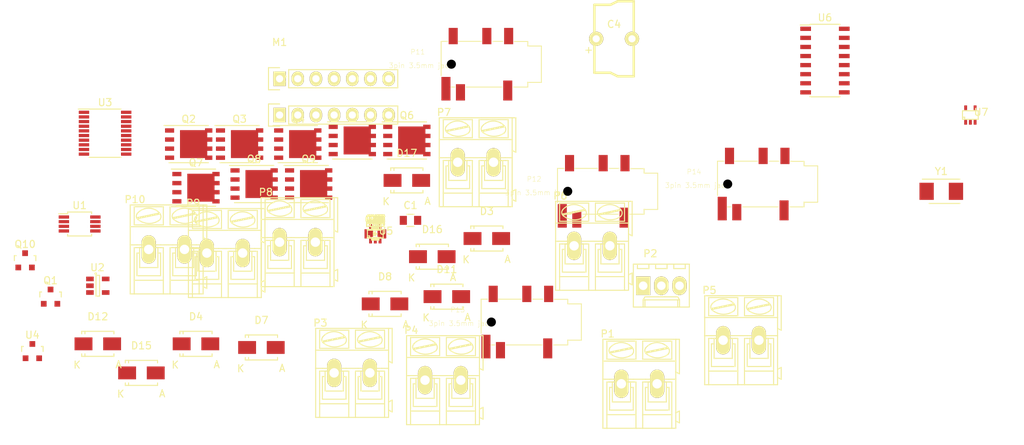
<source format=kicad_pcb>
(kicad_pcb (version 4) (host pcbnew 4.0.2+e4-6225~38~ubuntu14.04.1-stable)
  (layers (0 F.Cu signal) (31 B.Cu signal) (34 B.Paste user) (35 F.Paste user) (36 B.SilkS user) (37 F.SilkS user) (38 B.Mask user) (39 F.Mask user) (44 Edge.Cuts user))
  (net 0 "")
  (net 1 +12V)
  (net 2 GND)
  (net 3 VCC)
  (net 4 +3V3)
  (net 5 "Net-(C15-Pad1)")
  (net 6 "Net-(C16-Pad1)")
  (net 7 "Net-(C17-Pad1)")
  (net 8 "Net-(C19-Pad1)")
  (net 9 "Net-(C20-Pad1)")
  (net 10 "Net-(C23-Pad1)")
  (net 11 /RFmodules/RF_DATA_3V3)
  (net 12 /RFmodules/RF_DATA)
  (net 13 /RFmodules/MISO)
  (net 14 /RFmodules/SD2)
  (net 15 "Net-(D1-Pad2)")
  (net 16 "Net-(D1-Pad1)")
  (net 17 "Net-(D2-Pad2)")
  (net 18 "Net-(D2-Pad1)")
  (net 19 "Net-(D5-Pad2)")
  (net 20 "Net-(D5-Pad1)")
  (net 21 "Net-(D6-Pad2)")
  (net 22 "Net-(D6-Pad1)")
  (net 23 "Net-(D9-Pad2)")
  (net 24 "Net-(D11-Pad2)")
  (net 25 "Net-(D10-Pad2)")
  (net 26 "Net-(D10-Pad1)")
  (net 27 "Net-(D13-Pad2)")
  (net 28 "Net-(D13-Pad1)")
  (net 29 "Net-(D14-Pad2)")
  (net 30 "Net-(D14-Pad1)")
  (net 31 "Net-(D17-Pad2)")
  (net 32 /RFmodules/D0_1)
  (net 33 /RFmodules/D1_1)
  (net 34 /RFmodules/D2_1)
  (net 35 /RFmodules/D3_1)
  (net 36 /RFmodules/VT_1)
  (net 37 /RFmodules/D0_2)
  (net 38 /RFmodules/D1_2)
  (net 39 /RFmodules/D2_2)
  (net 40 /RFmodules/D3_2)
  (net 41 /RFmodules/VT_2)
  (net 42 /RELAY)
  (net 43 /POWER)
  (net 44 /PowerDrivers/OUT0)
  (net 45 /PowerDrivers/OUT4)
  (net 46 /PowerDrivers/OUT1)
  (net 47 /PowerDrivers/OUT5)
  (net 48 /PowerDrivers/OUT2)
  (net 49 /PowerDrivers/OUT6)
  (net 50 /PowerDrivers/OUT3)
  (net 51 /PowerDrivers/OUT7)
  (net 52 /~RTC_INT)
  (net 53 "Net-(U1-Pad1)")
  (net 54 "Net-(U1-Pad2)")
  (net 55 "Net-(C4-Pad1)")
  (net 56 /SDA)
  (net 57 /SCL)
  (net 58 /RFmodules/~CS_RF)
  (net 59 /RFmodules/SD1)
  (module Capacitors_SMD:C_0805 (layer F.Cu) (at 153.416 103.124)
    (fp_text reference C1 (at 0 -2.1) (layer F.SilkS))
    (fp_text value 10u/25V)
    (pad 1 smd rect (at -1 0) (size 1 1.25) (layers F.Cu F.Paste F.Mask) (net 1 +12V))
    (pad 2 smd rect (at 1 0) (size 1 1.25) (layers F.Cu F.Paste F.Mask) (net 2 GND))
  )
  (module Capacitors_SMD:C_0805 (layer F.Cu) (at 148.5011 105.0036)
    (fp_text reference C2 (at 0 -2.1) (layer F.SilkS))
    (fp_text value 10u/25V)
    (pad 1 smd rect (at -1 0) (size 1 1.25) (layers F.Cu F.Paste F.Mask) (net 3 VCC))
    (pad 2 smd rect (at 1 0) (size 1 1.25) (layers F.Cu F.Paste F.Mask) (net 2 GND))
  )
  (module Capacitors_SMD:C_0603 (layer F.Cu) (at 148.5011 105.0036)
    (fp_text reference C3 (at 0 -1.9) (layer F.SilkS))
    (fp_text value 100n)
    (pad 1 smd rect (at -0.75 0) (size 0.8 0.75) (layers F.Cu F.Paste F.Mask) (net 4 +3V3))
    (pad 2 smd rect (at 0.75 0) (size 0.8 0.75) (layers F.Cu F.Paste F.Mask) (net 2 GND))
  )
  (module Capacitors_SMD:C_0603 (layer F.Cu) (at 148.5011 105.0036)
    (fp_text reference C5 (at 0 -1.9) (layer F.SilkS))
    (fp_text value 100n)
    (pad 1 smd rect (at -0.75 0) (size 0.8 0.75) (layers F.Cu F.Paste F.Mask) (net 4 +3V3))
    (pad 2 smd rect (at 0.75 0) (size 0.8 0.75) (layers F.Cu F.Paste F.Mask) (net 2 GND))
  )
  (module Capacitors_SMD:C_0603 (layer F.Cu) (at 148.5011 105.0036)
    (fp_text reference C6 (at 0 -1.9) (layer F.SilkS))
    (fp_text value 100n)
    (pad 1 smd rect (at -0.75 0) (size 0.8 0.75) (layers F.Cu F.Paste F.Mask) (net 3 VCC))
    (pad 2 smd rect (at 0.75 0) (size 0.8 0.75) (layers F.Cu F.Paste F.Mask) (net 2 GND))
  )
  (module Capacitors_SMD:C_0805 (layer F.Cu) (at 148.5011 105.0036)
    (fp_text reference C7 (at 0 -2.1) (layer F.SilkS))
    (fp_text value 10u/25V)
    (pad 1 smd rect (at -1 0) (size 1 1.25) (layers F.Cu F.Paste F.Mask) (net 1 +12V))
    (pad 2 smd rect (at 1 0) (size 1 1.25) (layers F.Cu F.Paste F.Mask) (net 2 GND))
  )
  (module Capacitors_SMD:C_0805 (layer F.Cu) (at 148.5011 105.0036)
    (fp_text reference C8 (at 0 -2.1) (layer F.SilkS))
    (fp_text value 10u/25V)
    (pad 1 smd rect (at -1 0) (size 1 1.25) (layers F.Cu F.Paste F.Mask) (net 1 +12V))
    (pad 2 smd rect (at 1 0) (size 1 1.25) (layers F.Cu F.Paste F.Mask) (net 2 GND))
  )
  (module Capacitors_SMD:C_0805 (layer F.Cu) (at 148.5011 105.0036)
    (fp_text reference C9 (at 0 -2.1) (layer F.SilkS))
    (fp_text value 10u/25V)
    (pad 1 smd rect (at -1 0) (size 1 1.25) (layers F.Cu F.Paste F.Mask) (net 1 +12V))
    (pad 2 smd rect (at 1 0) (size 1 1.25) (layers F.Cu F.Paste F.Mask) (net 2 GND))
  )
  (module Capacitors_SMD:C_0805 (layer F.Cu) (at 148.5011 105.0036)
    (fp_text reference C10 (at 0 -2.1) (layer F.SilkS))
    (fp_text value 10u/25V)
    (pad 1 smd rect (at -1 0) (size 1 1.25) (layers F.Cu F.Paste F.Mask) (net 1 +12V))
    (pad 2 smd rect (at 1 0) (size 1 1.25) (layers F.Cu F.Paste F.Mask) (net 2 GND))
  )
  (module Capacitors_SMD:C_0805 (layer F.Cu) (at 148.5011 105.0036)
    (fp_text reference C11 (at 0 -2.1) (layer F.SilkS))
    (fp_text value 10u/25V)
    (pad 1 smd rect (at -1 0) (size 1 1.25) (layers F.Cu F.Paste F.Mask) (net 1 +12V))
    (pad 2 smd rect (at 1 0) (size 1 1.25) (layers F.Cu F.Paste F.Mask) (net 2 GND))
  )
  (module Capacitors_SMD:C_0805 (layer F.Cu) (at 148.5011 105.0036)
    (fp_text reference C12 (at 0 -2.1) (layer F.SilkS))
    (fp_text value 10u/25V)
    (pad 1 smd rect (at -1 0) (size 1 1.25) (layers F.Cu F.Paste F.Mask) (net 1 +12V))
    (pad 2 smd rect (at 1 0) (size 1 1.25) (layers F.Cu F.Paste F.Mask) (net 2 GND))
  )
  (module Capacitors_SMD:C_0805 (layer F.Cu) (at 148.5011 105.0036)
    (fp_text reference C13 (at 0 -2.1) (layer F.SilkS))
    (fp_text value 10u/25V)
    (pad 1 smd rect (at -1 0) (size 1 1.25) (layers F.Cu F.Paste F.Mask) (net 1 +12V))
    (pad 2 smd rect (at 1 0) (size 1 1.25) (layers F.Cu F.Paste F.Mask) (net 2 GND))
  )
  (module Capacitors_SMD:C_0805 (layer F.Cu) (at 148.5011 105.0036)
    (fp_text reference C14 (at 0 -2.1) (layer F.SilkS))
    (fp_text value 10u/25V)
    (pad 1 smd rect (at -1 0) (size 1 1.25) (layers F.Cu F.Paste F.Mask) (net 1 +12V))
    (pad 2 smd rect (at 1 0) (size 1 1.25) (layers F.Cu F.Paste F.Mask) (net 2 GND))
  )
  (module Capacitors_SMD:C_0603 (layer F.Cu) (at 148.5011 105.0036)
    (fp_text reference C15 (at 0 -1.9) (layer F.SilkS))
    (fp_text value 100n)
    (pad 1 smd rect (at -0.75 0) (size 0.8 0.75) (layers F.Cu F.Paste F.Mask) (net 5 "Net-(C15-Pad1)"))
    (pad 2 smd rect (at 0.75 0) (size 0.8 0.75) (layers F.Cu F.Paste F.Mask) (net 2 GND))
  )
  (module Capacitors_SMD:C_0603 (layer F.Cu) (at 148.5011 105.0036)
    (fp_text reference C16 (at 0 -1.9) (layer F.SilkS))
    (fp_text value 100n)
    (pad 1 smd rect (at -0.75 0) (size 0.8 0.75) (layers F.Cu F.Paste F.Mask) (net 6 "Net-(C16-Pad1)"))
    (pad 2 smd rect (at 0.75 0) (size 0.8 0.75) (layers F.Cu F.Paste F.Mask) (net 2 GND))
  )
  (module Capacitors_SMD:C_0603 (layer F.Cu) (at 148.5011 105.0036)
    (fp_text reference C17 (at 0 -1.9) (layer F.SilkS))
    (fp_text value 100n)
    (pad 1 smd rect (at -0.75 0) (size 0.8 0.75) (layers F.Cu F.Paste F.Mask) (net 7 "Net-(C17-Pad1)"))
    (pad 2 smd rect (at 0.75 0) (size 0.8 0.75) (layers F.Cu F.Paste F.Mask) (net 2 GND))
  )
  (module Capacitors_SMD:C_0603 (layer F.Cu) (at 148.5011 105.0036)
    (fp_text reference C18 (at 0 -1.9) (layer F.SilkS))
    (fp_text value 100n)
    (pad 1 smd rect (at -0.75 0) (size 0.8 0.75) (layers F.Cu F.Paste F.Mask) (net 7 "Net-(C17-Pad1)"))
    (pad 2 smd rect (at 0.75 0) (size 0.8 0.75) (layers F.Cu F.Paste F.Mask) (net 2 GND))
  )
  (module Capacitors_SMD:C_0603 (layer F.Cu) (at 148.5011 105.0036)
    (fp_text reference C19 (at 0 -1.9) (layer F.SilkS))
    (fp_text value 100n)
    (pad 1 smd rect (at -0.75 0) (size 0.8 0.75) (layers F.Cu F.Paste F.Mask) (net 8 "Net-(C19-Pad1)"))
    (pad 2 smd rect (at 0.75 0) (size 0.8 0.75) (layers F.Cu F.Paste F.Mask) (net 2 GND))
  )
  (module Capacitors_SMD:C_0603 (layer F.Cu) (at 148.5011 105.0036)
    (fp_text reference C20 (at 0 -1.9) (layer F.SilkS))
    (fp_text value 100n)
    (pad 1 smd rect (at -0.75 0) (size 0.8 0.75) (layers F.Cu F.Paste F.Mask) (net 9 "Net-(C20-Pad1)"))
    (pad 2 smd rect (at 0.75 0) (size 0.8 0.75) (layers F.Cu F.Paste F.Mask) (net 2 GND))
  )
  (module Capacitors_SMD:C_0603 (layer F.Cu) (at 148.5011 105.0036)
    (fp_text reference C21 (at 0 -1.9) (layer F.SilkS))
    (fp_text value 100n)
    (pad 1 smd rect (at -0.75 0) (size 0.8 0.75) (layers F.Cu F.Paste F.Mask) (net 7 "Net-(C17-Pad1)"))
    (pad 2 smd rect (at 0.75 0) (size 0.8 0.75) (layers F.Cu F.Paste F.Mask) (net 2 GND))
  )
  (module Capacitors_SMD:C_0603 (layer F.Cu) (at 148.5011 105.0036)
    (fp_text reference C22 (at 0 -1.9) (layer F.SilkS))
    (fp_text value 100n)
    (pad 1 smd rect (at -0.75 0) (size 0.8 0.75) (layers F.Cu F.Paste F.Mask) (net 7 "Net-(C17-Pad1)"))
    (pad 2 smd rect (at 0.75 0) (size 0.8 0.75) (layers F.Cu F.Paste F.Mask) (net 2 GND))
  )
  (module Capacitors_SMD:C_0603 (layer F.Cu) (at 148.5011 105.0036)
    (fp_text reference C23 (at 0 -1.9) (layer F.SilkS))
    (fp_text value 1u)
    (pad 1 smd rect (at -0.75 0) (size 0.8 0.75) (layers F.Cu F.Paste F.Mask) (net 10 "Net-(C23-Pad1)"))
    (pad 2 smd rect (at 0.75 0) (size 0.8 0.75) (layers F.Cu F.Paste F.Mask) (net 2 GND))
  )
  (module Capacitors_SMD:C_0603 (layer F.Cu) (at 148.5011 105.0036)
    (fp_text reference C24 (at 0 -1.9) (layer F.SilkS))
    (fp_text value 100n)
    (pad 1 smd rect (at -0.75 0) (size 0.8 0.75) (layers F.Cu F.Paste F.Mask) (net 3 VCC))
    (pad 2 smd rect (at 0.75 0) (size 0.8 0.75) (layers F.Cu F.Paste F.Mask) (net 2 GND))
  )
  (module Capacitors_SMD:C_0603 (layer F.Cu) (at 148.5011 105.0036)
    (fp_text reference C25 (at 0 -1.9) (layer F.SilkS))
    (fp_text value 10p)
    (pad 1 smd rect (at -0.75 0) (size 0.8 0.75) (layers F.Cu F.Paste F.Mask) (net 11 /RFmodules/RF_DATA_3V3))
    (pad 2 smd rect (at 0.75 0) (size 0.8 0.75) (layers F.Cu F.Paste F.Mask) (net 12 /RFmodules/RF_DATA))
  )
  (module Capacitors_SMD:C_0603 (layer F.Cu) (at 148.5011 105.0036)
    (fp_text reference C26 (at 0 -1.9) (layer F.SilkS))
    (fp_text value 100n)
    (pad 1 smd rect (at -0.75 0) (size 0.8 0.75) (layers F.Cu F.Paste F.Mask) (net 3 VCC))
    (pad 2 smd rect (at 0.75 0) (size 0.8 0.75) (layers F.Cu F.Paste F.Mask) (net 2 GND))
  )
  (module Capacitors_SMD:C_0603 (layer F.Cu) (at 148.5011 105.0036)
    (fp_text reference C27 (at 0 -1.9) (layer F.SilkS))
    (fp_text value 100n)
    (pad 1 smd rect (at -0.75 0) (size 0.8 0.75) (layers F.Cu F.Paste F.Mask) (net 3 VCC))
    (pad 2 smd rect (at 0.75 0) (size 0.8 0.75) (layers F.Cu F.Paste F.Mask) (net 2 GND))
  )
  (module Capacitors_SMD:C_0603 (layer F.Cu) (at 148.5011 105.0036)
    (fp_text reference C28 (at 0 -1.9) (layer F.SilkS))
    (fp_text value 10p)
    (pad 1 smd rect (at -0.75 0) (size 0.8 0.75) (layers F.Cu F.Paste F.Mask) (net 13 /RFmodules/MISO))
    (pad 2 smd rect (at 0.75 0) (size 0.8 0.75) (layers F.Cu F.Paste F.Mask) (net 14 /RFmodules/SD2))
  )
  (module LEDs:LED_0603 (layer F.Cu) (at 148.5011 105.0036)
    (fp_text reference D1 (at 0 -1.5) (layer F.SilkS))
    (fp_text value "LED GREEN")
    (pad 2 smd rect (at 0.7493 0 180) (size 0.79756 0.79756) (layers F.Cu F.Paste F.Mask) (net 15 "Net-(D1-Pad2)"))
    (pad 1 smd rect (at -0.7493 0 180) (size 0.79756 0.79756) (layers F.Cu F.Paste F.Mask) (net 16 "Net-(D1-Pad1)"))
  )
  (module LEDs:LED_0603 (layer F.Cu) (at 148.5011 105.0036)
    (fp_text reference D2 (at 0 -1.5) (layer F.SilkS))
    (fp_text value "LED GREEN")
    (pad 2 smd rect (at 0.7493 0 180) (size 0.79756 0.79756) (layers F.Cu F.Paste F.Mask) (net 17 "Net-(D2-Pad2)"))
    (pad 1 smd rect (at -0.7493 0 180) (size 0.79756 0.79756) (layers F.Cu F.Paste F.Mask) (net 18 "Net-(D2-Pad1)"))
  )
  (module Diodes_SMD:SMA_Standard (layer F.Cu) (at 164.084 105.664)
    (fp_text reference D3 (at 0 -3.81) (layer F.SilkS))
    (fp_text value 1N5819)
    (fp_text user K (at -2.9 2.95) (layer F.SilkS))
    (fp_text user A (at 2.9 2.9) (layer F.SilkS))
    (pad 1 smd rect (at -1.99898 0) (size 2.49936 1.80086) (layers F.Cu F.Paste F.Mask) (net 1 +12V))
    (pad 2 smd rect (at 1.99898 0) (size 2.49936 1.80086) (layers F.Cu F.Paste F.Mask) (net 16 "Net-(D1-Pad1)"))
  )
  (module Diodes_SMD:SMA_Standard (layer F.Cu) (at 123.444 120.396)
    (fp_text reference D4 (at 0 -3.81) (layer F.SilkS))
    (fp_text value 1N5819)
    (fp_text user K (at -2.9 2.95) (layer F.SilkS))
    (fp_text user A (at 2.9 2.9) (layer F.SilkS))
    (pad 1 smd rect (at -1.99898 0) (size 2.49936 1.80086) (layers F.Cu F.Paste F.Mask) (net 1 +12V))
    (pad 2 smd rect (at 1.99898 0) (size 2.49936 1.80086) (layers F.Cu F.Paste F.Mask) (net 18 "Net-(D2-Pad1)"))
  )
  (module LEDs:LED_0603 (layer F.Cu) (at 148.5011 105.0036)
    (fp_text reference D5 (at 0 -1.5) (layer F.SilkS))
    (fp_text value "LED GREEN")
    (pad 2 smd rect (at 0.7493 0 180) (size 0.79756 0.79756) (layers F.Cu F.Paste F.Mask) (net 19 "Net-(D5-Pad2)"))
    (pad 1 smd rect (at -0.7493 0 180) (size 0.79756 0.79756) (layers F.Cu F.Paste F.Mask) (net 20 "Net-(D5-Pad1)"))
  )
  (module LEDs:LED_0603 (layer F.Cu) (at 148.5011 105.0036)
    (fp_text reference D6 (at 0 -1.5) (layer F.SilkS))
    (fp_text value "LED GREEN")
    (pad 2 smd rect (at 0.7493 0 180) (size 0.79756 0.79756) (layers F.Cu F.Paste F.Mask) (net 21 "Net-(D6-Pad2)"))
    (pad 1 smd rect (at -0.7493 0 180) (size 0.79756 0.79756) (layers F.Cu F.Paste F.Mask) (net 22 "Net-(D6-Pad1)"))
  )
  (module Diodes_SMD:SMA_Standard (layer F.Cu) (at 132.588 120.904)
    (fp_text reference D7 (at 0 -3.81) (layer F.SilkS))
    (fp_text value 1N5819)
    (fp_text user K (at -2.9 2.95) (layer F.SilkS))
    (fp_text user A (at 2.9 2.9) (layer F.SilkS))
    (pad 1 smd rect (at -1.99898 0) (size 2.49936 1.80086) (layers F.Cu F.Paste F.Mask) (net 1 +12V))
    (pad 2 smd rect (at 1.99898 0) (size 2.49936 1.80086) (layers F.Cu F.Paste F.Mask) (net 20 "Net-(D5-Pad1)"))
  )
  (module Diodes_SMD:SMA_Standard (layer F.Cu) (at 149.86 114.808)
    (fp_text reference D8 (at 0 -3.81) (layer F.SilkS))
    (fp_text value 1N5819)
    (fp_text user K (at -2.9 2.95) (layer F.SilkS))
    (fp_text user A (at 2.9 2.9) (layer F.SilkS))
    (pad 1 smd rect (at -1.99898 0) (size 2.49936 1.80086) (layers F.Cu F.Paste F.Mask) (net 1 +12V))
    (pad 2 smd rect (at 1.99898 0) (size 2.49936 1.80086) (layers F.Cu F.Paste F.Mask) (net 22 "Net-(D6-Pad1)"))
  )
  (module LEDs:LED_0603 (layer F.Cu) (at 148.5011 105.0036)
    (fp_text reference D9 (at 0 -1.5) (layer F.SilkS))
    (fp_text value "LED GREEN")
    (pad 2 smd rect (at 0.7493 0 180) (size 0.79756 0.79756) (layers F.Cu F.Paste F.Mask) (net 23 "Net-(D9-Pad2)"))
    (pad 1 smd rect (at -0.7493 0 180) (size 0.79756 0.79756) (layers F.Cu F.Paste F.Mask) (net 24 "Net-(D11-Pad2)"))
  )
  (module LEDs:LED_0603 (layer F.Cu) (at 148.5011 105.0036)
    (fp_text reference D10 (at 0 -1.5) (layer F.SilkS))
    (fp_text value "LED GREEN")
    (pad 2 smd rect (at 0.7493 0 180) (size 0.79756 0.79756) (layers F.Cu F.Paste F.Mask) (net 25 "Net-(D10-Pad2)"))
    (pad 1 smd rect (at -0.7493 0 180) (size 0.79756 0.79756) (layers F.Cu F.Paste F.Mask) (net 26 "Net-(D10-Pad1)"))
  )
  (module Diodes_SMD:SMA_Standard (layer F.Cu) (at 158.496 113.792)
    (fp_text reference D11 (at 0 -3.81) (layer F.SilkS))
    (fp_text value 1N5819)
    (fp_text user K (at -2.9 2.95) (layer F.SilkS))
    (fp_text user A (at 2.9 2.9) (layer F.SilkS))
    (pad 1 smd rect (at -1.99898 0) (size 2.49936 1.80086) (layers F.Cu F.Paste F.Mask) (net 1 +12V))
    (pad 2 smd rect (at 1.99898 0) (size 2.49936 1.80086) (layers F.Cu F.Paste F.Mask) (net 24 "Net-(D11-Pad2)"))
  )
  (module Diodes_SMD:SMA_Standard (layer F.Cu) (at 109.728 120.396)
    (fp_text reference D12 (at 0 -3.81) (layer F.SilkS))
    (fp_text value 1N5819)
    (fp_text user K (at -2.9 2.95) (layer F.SilkS))
    (fp_text user A (at 2.9 2.9) (layer F.SilkS))
    (pad 1 smd rect (at -1.99898 0) (size 2.49936 1.80086) (layers F.Cu F.Paste F.Mask) (net 1 +12V))
    (pad 2 smd rect (at 1.99898 0) (size 2.49936 1.80086) (layers F.Cu F.Paste F.Mask) (net 26 "Net-(D10-Pad1)"))
  )
  (module LEDs:LED_0603 (layer F.Cu) (at 148.5011 105.0036)
    (fp_text reference D13 (at 0 -1.5) (layer F.SilkS))
    (fp_text value "LED GREEN")
    (pad 2 smd rect (at 0.7493 0 180) (size 0.79756 0.79756) (layers F.Cu F.Paste F.Mask) (net 27 "Net-(D13-Pad2)"))
    (pad 1 smd rect (at -0.7493 0 180) (size 0.79756 0.79756) (layers F.Cu F.Paste F.Mask) (net 28 "Net-(D13-Pad1)"))
  )
  (module LEDs:LED_0603 (layer F.Cu) (at 148.5011 105.0036)
    (fp_text reference D14 (at 0 -1.5) (layer F.SilkS))
    (fp_text value "LED GREEN")
    (pad 2 smd rect (at 0.7493 0 180) (size 0.79756 0.79756) (layers F.Cu F.Paste F.Mask) (net 29 "Net-(D14-Pad2)"))
    (pad 1 smd rect (at -0.7493 0 180) (size 0.79756 0.79756) (layers F.Cu F.Paste F.Mask) (net 30 "Net-(D14-Pad1)"))
  )
  (module Diodes_SMD:SMA_Standard (layer F.Cu) (at 115.824 124.46)
    (fp_text reference D15 (at 0 -3.81) (layer F.SilkS))
    (fp_text value 1N5819)
    (fp_text user K (at -2.9 2.95) (layer F.SilkS))
    (fp_text user A (at 2.9 2.9) (layer F.SilkS))
    (pad 1 smd rect (at -1.99898 0) (size 2.49936 1.80086) (layers F.Cu F.Paste F.Mask) (net 1 +12V))
    (pad 2 smd rect (at 1.99898 0) (size 2.49936 1.80086) (layers F.Cu F.Paste F.Mask) (net 28 "Net-(D13-Pad1)"))
  )
  (module Diodes_SMD:SMA_Standard (layer F.Cu) (at 156.464 108.204)
    (fp_text reference D16 (at 0 -3.81) (layer F.SilkS))
    (fp_text value 1N5819)
    (fp_text user K (at -2.9 2.95) (layer F.SilkS))
    (fp_text user A (at 2.9 2.9) (layer F.SilkS))
    (pad 1 smd rect (at -1.99898 0) (size 2.49936 1.80086) (layers F.Cu F.Paste F.Mask) (net 1 +12V))
    (pad 2 smd rect (at 1.99898 0) (size 2.49936 1.80086) (layers F.Cu F.Paste F.Mask) (net 30 "Net-(D14-Pad1)"))
  )
  (module Diodes_SMD:SMA_Standard (layer F.Cu) (at 152.908 97.536)
    (fp_text reference D17 (at 0 -3.81) (layer F.SilkS))
    (fp_text value 1N5819)
    (fp_text user K (at -2.9 2.95) (layer F.SilkS))
    (fp_text user A (at 2.9 2.9) (layer F.SilkS))
    (pad 1 smd rect (at -1.99898 0) (size 2.49936 1.80086) (layers F.Cu F.Paste F.Mask))
    (pad 2 smd rect (at 1.99898 0) (size 2.49936 1.80086) (layers F.Cu F.Paste F.Mask) (net 31 "Net-(D17-Pad2)"))
  )
  (module Socket_Strips:Socket_Strip_Straight_1x07 (layer F.Cu) (at 135.128 83.312)
    (fp_text reference M1 (at 0 -5.1) (layer F.SilkS))
    (fp_text value PT2272)
    (pad 1 thru_hole rect (at 0 0) (size 1.7272 2.032) (drill 1.016) (layers *.Cu *.Mask F.SilkS) (net 2 GND))
    (pad 2 thru_hole oval (at 2.54 0) (size 1.7272 2.032) (drill 1.016) (layers *.Cu *.Mask F.SilkS) (net 3 VCC))
    (pad 3 thru_hole oval (at 5.08 0) (size 1.7272 2.032) (drill 1.016) (layers *.Cu *.Mask F.SilkS) (net 32 /RFmodules/D0_1))
    (pad 4 thru_hole oval (at 7.62 0) (size 1.7272 2.032) (drill 1.016) (layers *.Cu *.Mask F.SilkS) (net 33 /RFmodules/D1_1))
    (pad 5 thru_hole oval (at 10.16 0) (size 1.7272 2.032) (drill 1.016) (layers *.Cu *.Mask F.SilkS) (net 34 /RFmodules/D2_1))
    (pad 6 thru_hole oval (at 12.7 0) (size 1.7272 2.032) (drill 1.016) (layers *.Cu *.Mask F.SilkS) (net 35 /RFmodules/D3_1))
    (pad 7 thru_hole oval (at 15.24 0) (size 1.7272 2.032) (drill 1.016) (layers *.Cu *.Mask F.SilkS) (net 36 /RFmodules/VT_1))
  )
  (module Socket_Strips:Socket_Strip_Straight_1x07 (layer F.Cu) (at 135.128 88.392)
    (fp_text reference M2 (at 0 -5.1) (layer F.SilkS))
    (fp_text value PT2272)
    (pad 1 thru_hole rect (at 0 0) (size 1.7272 2.032) (drill 1.016) (layers *.Cu *.Mask F.SilkS) (net 2 GND))
    (pad 2 thru_hole oval (at 2.54 0) (size 1.7272 2.032) (drill 1.016) (layers *.Cu *.Mask F.SilkS) (net 3 VCC))
    (pad 3 thru_hole oval (at 5.08 0) (size 1.7272 2.032) (drill 1.016) (layers *.Cu *.Mask F.SilkS) (net 37 /RFmodules/D0_2))
    (pad 4 thru_hole oval (at 7.62 0) (size 1.7272 2.032) (drill 1.016) (layers *.Cu *.Mask F.SilkS) (net 38 /RFmodules/D1_2))
    (pad 5 thru_hole oval (at 10.16 0) (size 1.7272 2.032) (drill 1.016) (layers *.Cu *.Mask F.SilkS) (net 39 /RFmodules/D2_2))
    (pad 6 thru_hole oval (at 12.7 0) (size 1.7272 2.032) (drill 1.016) (layers *.Cu *.Mask F.SilkS) (net 40 /RFmodules/D3_2))
    (pad 7 thru_hole oval (at 15.24 0) (size 1.7272 2.032) (drill 1.016) (layers *.Cu *.Mask F.SilkS) (net 41 /RFmodules/VT_2))
  )
  (module Connect:AK300-2 (layer F.Cu) (at 182.88 125.984)
    (fp_text reference P1 (at -1.92 -6.985) (layer F.SilkS))
    (fp_text value GS009S)
    (pad 1 thru_hole oval (at 0 0) (size 1.9812 3.9624) (drill 1.3208) (layers *.Cu F.Paste F.SilkS F.Mask) (net 1 +12V))
    (pad 2 thru_hole oval (at 5 0) (size 1.9812 3.9624) (drill 1.3208) (layers *.Cu F.Paste F.SilkS F.Mask) (net 2 GND))
  )
  (module Connectors_Molex:Molex_KK_6410-03 (layer F.Cu) (at 185.928 112.268)
    (fp_text reference P2 (at 1 -4.5) (layer F.SilkS))
    (fp_text value "3way KK")
    (pad 1 thru_hole rect (at 0 0) (size 2 2.6) (drill 1.2) (layers *.Cu *.Mask F.SilkS) (net 3 VCC))
    (pad 2 thru_hole oval (at 2.54 0) (size 2 2.6) (drill 1.2) (layers *.Cu *.Mask F.SilkS) (net 42 /RELAY))
    (pad 3 thru_hole oval (at 5.08 0) (size 2 2.6) (drill 1.2) (layers *.Cu *.Mask F.SilkS) (net 2 GND))
  )
  (module Connect:AK300-2 (layer F.Cu) (at 142.748 124.46)
    (fp_text reference P3 (at -1.92 -6.985) (layer F.SilkS))
    (fp_text value GS009S)
    (pad 1 thru_hole oval (at 0 0) (size 1.9812 3.9624) (drill 1.3208) (layers *.Cu F.Paste F.SilkS F.Mask) (net 1 +12V))
    (pad 2 thru_hole oval (at 5 0) (size 1.9812 3.9624) (drill 1.3208) (layers *.Cu F.Paste F.SilkS F.Mask) (net 16 "Net-(D1-Pad1)"))
  )
  (module Connect:AK300-2 (layer F.Cu) (at 155.448 125.476)
    (fp_text reference P4 (at -1.92 -6.985) (layer F.SilkS))
    (fp_text value GS009S)
    (pad 1 thru_hole oval (at 0 0) (size 1.9812 3.9624) (drill 1.3208) (layers *.Cu F.Paste F.SilkS F.Mask) (net 1 +12V))
    (pad 2 thru_hole oval (at 5 0) (size 1.9812 3.9624) (drill 1.3208) (layers *.Cu F.Paste F.SilkS F.Mask) (net 18 "Net-(D2-Pad1)"))
  )
  (module Connect:AK300-2 (layer F.Cu) (at 197.104 119.888)
    (fp_text reference P5 (at -1.92 -6.985) (layer F.SilkS))
    (fp_text value GS009S)
    (pad 1 thru_hole oval (at 0 0) (size 1.9812 3.9624) (drill 1.3208) (layers *.Cu F.Paste F.SilkS F.Mask) (net 1 +12V))
    (pad 2 thru_hole oval (at 5 0) (size 1.9812 3.9624) (drill 1.3208) (layers *.Cu F.Paste F.SilkS F.Mask) (net 20 "Net-(D5-Pad1)"))
  )
  (module Connect:AK300-2 (layer F.Cu) (at 176.276 106.68)
    (fp_text reference P6 (at -1.92 -6.985) (layer F.SilkS))
    (fp_text value GS009S)
    (pad 1 thru_hole oval (at 0 0) (size 1.9812 3.9624) (drill 1.3208) (layers *.Cu F.Paste F.SilkS F.Mask) (net 1 +12V))
    (pad 2 thru_hole oval (at 5 0) (size 1.9812 3.9624) (drill 1.3208) (layers *.Cu F.Paste F.SilkS F.Mask) (net 22 "Net-(D6-Pad1)"))
  )
  (module Connect:AK300-2 (layer F.Cu) (at 160.02 94.996)
    (fp_text reference P7 (at -1.92 -6.985) (layer F.SilkS))
    (fp_text value GS009S)
    (pad 1 thru_hole oval (at 0 0) (size 1.9812 3.9624) (drill 1.3208) (layers *.Cu F.Paste F.SilkS F.Mask) (net 1 +12V))
    (pad 2 thru_hole oval (at 5 0) (size 1.9812 3.9624) (drill 1.3208) (layers *.Cu F.Paste F.SilkS F.Mask) (net 24 "Net-(D11-Pad2)"))
  )
  (module Connect:AK300-2 (layer F.Cu) (at 135.128 106.172)
    (fp_text reference P8 (at -1.92 -6.985) (layer F.SilkS))
    (fp_text value GS009S)
    (pad 1 thru_hole oval (at 0 0) (size 1.9812 3.9624) (drill 1.3208) (layers *.Cu F.Paste F.SilkS F.Mask) (net 1 +12V))
    (pad 2 thru_hole oval (at 5 0) (size 1.9812 3.9624) (drill 1.3208) (layers *.Cu F.Paste F.SilkS F.Mask) (net 26 "Net-(D10-Pad1)"))
  )
  (module Connect:AK300-2 (layer F.Cu) (at 124.968 107.696)
    (fp_text reference P9 (at -1.92 -6.985) (layer F.SilkS))
    (fp_text value GS009S)
    (pad 1 thru_hole oval (at 0 0) (size 1.9812 3.9624) (drill 1.3208) (layers *.Cu F.Paste F.SilkS F.Mask) (net 1 +12V))
    (pad 2 thru_hole oval (at 5 0) (size 1.9812 3.9624) (drill 1.3208) (layers *.Cu F.Paste F.SilkS F.Mask) (net 28 "Net-(D13-Pad1)"))
  )
  (module Connect:AK300-2 (layer F.Cu) (at 116.84 107.188)
    (fp_text reference P10 (at -1.92 -6.985) (layer F.SilkS))
    (fp_text value GS009S)
    (pad 1 thru_hole oval (at 0 0) (size 1.9812 3.9624) (drill 1.3208) (layers *.Cu F.Paste F.SilkS F.Mask) (net 1 +12V))
    (pad 2 thru_hole oval (at 5 0) (size 1.9812 3.9624) (drill 1.3208) (layers *.Cu F.Paste F.SilkS F.Mask) (net 30 "Net-(D14-Pad1)"))
  )
  (module jakub:SUNTECH_ST-PJ-312 (layer F.Cu) (at 164.084 81.28)
    (fp_text reference P11 (at -9.652 -1.7145) (layer F.SilkS) (effects (font (size 0.7 0.7) (thickness 0.05))))
    (fp_text value "3pin 3.5mm jack" (at -9.2075 0.1905) (layer F.SilkS) (effects (font (size 0.7 0.7) (thickness 0.05))))
    (pad LS smd rect (at -5.715 3.429 90) (size 3.302 1.27) (layers F.Cu F.Paste F.Mask))
    (pad L smd rect (at -3.683 3.937 90) (size 2.286 1.27) (layers F.Cu F.Paste F.Mask) (net 7 "Net-(C17-Pad1)"))
    (pad COM2 smd rect (at 2.921 3.683 90) (size 2.794 1.27) (layers F.Cu F.Paste F.Mask) (net 2 GND))
    (pad RS smd rect (at -4.699 -3.937 90) (size 2.286 1.27) (layers F.Cu F.Paste F.Mask))
    (pad R smd rect (at 0 -3.937 90) (size 2.286 1.27) (layers F.Cu F.Paste F.Mask) (net 5 "Net-(C15-Pad1)"))
    (pad COM1 smd rect (at 3.048 -3.937 90) (size 2.286 1.27) (layers F.Cu F.Paste F.Mask) (net 2 GND))
    (pad Hole np_thru_hole circle (at -4.953 0) (size 1.27 1.27) (drill 1.27) (layers))
  )
  (module jakub:SUNTECH_ST-PJ-312 (layer F.Cu) (at 180.34 99.06)
    (fp_text reference P12 (at -9.652 -1.7145) (layer F.SilkS) (effects (font (size 0.7 0.7) (thickness 0.05))))
    (fp_text value "3pin 3.5mm jack" (at -9.2075 0.1905) (layer F.SilkS) (effects (font (size 0.7 0.7) (thickness 0.05))))
    (pad LS smd rect (at -5.715 3.429 90) (size 3.302 1.27) (layers F.Cu F.Paste F.Mask))
    (pad L smd rect (at -3.683 3.937 90) (size 2.286 1.27) (layers F.Cu F.Paste F.Mask) (net 7 "Net-(C17-Pad1)"))
    (pad COM2 smd rect (at 2.921 3.683 90) (size 2.794 1.27) (layers F.Cu F.Paste F.Mask) (net 2 GND))
    (pad RS smd rect (at -4.699 -3.937 90) (size 2.286 1.27) (layers F.Cu F.Paste F.Mask))
    (pad R smd rect (at 0 -3.937 90) (size 2.286 1.27) (layers F.Cu F.Paste F.Mask) (net 6 "Net-(C16-Pad1)"))
    (pad COM1 smd rect (at 3.048 -3.937 90) (size 2.286 1.27) (layers F.Cu F.Paste F.Mask) (net 2 GND))
    (pad Hole np_thru_hole circle (at -4.953 0) (size 1.27 1.27) (drill 1.27) (layers))
  )
  (module jakub:SUNTECH_ST-PJ-312 (layer F.Cu) (at 169.672 117.348)
    (fp_text reference P13 (at -9.652 -1.7145) (layer F.SilkS) (effects (font (size 0.7 0.7) (thickness 0.05))))
    (fp_text value "3pin 3.5mm jack" (at -9.2075 0.1905) (layer F.SilkS) (effects (font (size 0.7 0.7) (thickness 0.05))))
    (pad LS smd rect (at -5.715 3.429 90) (size 3.302 1.27) (layers F.Cu F.Paste F.Mask))
    (pad L smd rect (at -3.683 3.937 90) (size 2.286 1.27) (layers F.Cu F.Paste F.Mask) (net 7 "Net-(C17-Pad1)"))
    (pad COM2 smd rect (at 2.921 3.683 90) (size 2.794 1.27) (layers F.Cu F.Paste F.Mask) (net 2 GND))
    (pad RS smd rect (at -4.699 -3.937 90) (size 2.286 1.27) (layers F.Cu F.Paste F.Mask))
    (pad R smd rect (at 0 -3.937 90) (size 2.286 1.27) (layers F.Cu F.Paste F.Mask) (net 8 "Net-(C19-Pad1)"))
    (pad COM1 smd rect (at 3.048 -3.937 90) (size 2.286 1.27) (layers F.Cu F.Paste F.Mask) (net 2 GND))
    (pad Hole np_thru_hole circle (at -4.953 0) (size 1.27 1.27) (drill 1.27) (layers))
  )
  (module jakub:SUNTECH_ST-PJ-312 (layer F.Cu) (at 202.692 98.044)
    (fp_text reference P14 (at -9.652 -1.7145) (layer F.SilkS) (effects (font (size 0.7 0.7) (thickness 0.05))))
    (fp_text value "3pin 3.5mm jack" (at -9.2075 0.1905) (layer F.SilkS) (effects (font (size 0.7 0.7) (thickness 0.05))))
    (pad LS smd rect (at -5.715 3.429 90) (size 3.302 1.27) (layers F.Cu F.Paste F.Mask))
    (pad L smd rect (at -3.683 3.937 90) (size 2.286 1.27) (layers F.Cu F.Paste F.Mask) (net 7 "Net-(C17-Pad1)"))
    (pad COM2 smd rect (at 2.921 3.683 90) (size 2.794 1.27) (layers F.Cu F.Paste F.Mask) (net 2 GND))
    (pad RS smd rect (at -4.699 -3.937 90) (size 2.286 1.27) (layers F.Cu F.Paste F.Mask))
    (pad R smd rect (at 0 -3.937 90) (size 2.286 1.27) (layers F.Cu F.Paste F.Mask) (net 9 "Net-(C20-Pad1)"))
    (pad COM1 smd rect (at 3.048 -3.937 90) (size 2.286 1.27) (layers F.Cu F.Paste F.Mask) (net 2 GND))
    (pad Hole np_thru_hole circle (at -4.953 0) (size 1.27 1.27) (drill 1.27) (layers))
  )
  (module TO_SOT_Packages_SMD:SOT-23 (layer F.Cu) (at 103.124 113.792)
    (fp_text reference Q1 (at 0 -2.25) (layer F.SilkS))
    (fp_text value CJ2302)
    (pad 1 smd rect (at -0.95 1.00076) (size 0.8001 0.8001) (layers F.Cu F.Paste F.Mask) (net 43 /POWER))
    (pad 2 smd rect (at 0.95 1.00076) (size 0.8001 0.8001) (layers F.Cu F.Paste F.Mask) (net 2 GND))
    (pad 3 smd rect (at 0 -0.99822) (size 0.8001 0.8001) (layers F.Cu F.Paste F.Mask) (net 42 /RELAY))
  )
  (module SMD_Packages:SO-8_PowerPAK_Vishay_Single (layer F.Cu) (at 122.428 92.456)
    (fp_text reference Q2 (at 0 -3.5) (layer F.SilkS))
    (fp_text value PSMN6R0)
    (pad 1 smd rect (at -2.67 -1.905) (size 1.27 0.61) (layers F.Cu F.Paste F.Mask) (net 2 GND))
    (pad 2 smd rect (at -2.67 -0.635) (size 1.27 0.61) (layers F.Cu F.Paste F.Mask) (net 2 GND))
    (pad 3 smd rect (at -2.67 0.635) (size 1.27 0.61) (layers F.Cu F.Paste F.Mask) (net 2 GND))
    (pad 4 smd rect (at -2.67 1.905) (size 1.27 0.61) (layers F.Cu F.Paste F.Mask) (net 44 /PowerDrivers/OUT0))
    (pad 5 smd rect (at 2.795 1.905) (size 1.02 0.61) (layers F.Cu F.Paste F.Mask) (net 16 "Net-(D1-Pad1)"))
    (pad 5 smd rect (at 2.795 0.635) (size 1.02 0.61) (layers F.Cu F.Paste F.Mask) (net 16 "Net-(D1-Pad1)"))
    (pad 5 smd rect (at 2.795 -0.635) (size 1.02 0.61) (layers F.Cu F.Paste F.Mask) (net 16 "Net-(D1-Pad1)"))
    (pad 5 smd rect (at 2.795 -1.905) (size 1.02 0.61) (layers F.Cu F.Paste F.Mask) (net 16 "Net-(D1-Pad1)"))
    (pad 5 smd rect (at 0.69 0) (size 3.81 3.91) (layers F.Cu F.Paste F.Mask) (net 16 "Net-(D1-Pad1)"))
  )
  (module SMD_Packages:SO-8_PowerPAK_Vishay_Single (layer F.Cu) (at 129.54 92.456)
    (fp_text reference Q3 (at 0 -3.5) (layer F.SilkS))
    (fp_text value PSMN6R0)
    (pad 1 smd rect (at -2.67 -1.905) (size 1.27 0.61) (layers F.Cu F.Paste F.Mask) (net 2 GND))
    (pad 2 smd rect (at -2.67 -0.635) (size 1.27 0.61) (layers F.Cu F.Paste F.Mask) (net 2 GND))
    (pad 3 smd rect (at -2.67 0.635) (size 1.27 0.61) (layers F.Cu F.Paste F.Mask) (net 2 GND))
    (pad 4 smd rect (at -2.67 1.905) (size 1.27 0.61) (layers F.Cu F.Paste F.Mask) (net 45 /PowerDrivers/OUT4))
    (pad 5 smd rect (at 2.795 1.905) (size 1.02 0.61) (layers F.Cu F.Paste F.Mask) (net 18 "Net-(D2-Pad1)"))
    (pad 5 smd rect (at 2.795 0.635) (size 1.02 0.61) (layers F.Cu F.Paste F.Mask) (net 18 "Net-(D2-Pad1)"))
    (pad 5 smd rect (at 2.795 -0.635) (size 1.02 0.61) (layers F.Cu F.Paste F.Mask) (net 18 "Net-(D2-Pad1)"))
    (pad 5 smd rect (at 2.795 -1.905) (size 1.02 0.61) (layers F.Cu F.Paste F.Mask) (net 18 "Net-(D2-Pad1)"))
    (pad 5 smd rect (at 0.69 0) (size 3.81 3.91) (layers F.Cu F.Paste F.Mask) (net 18 "Net-(D2-Pad1)"))
  )
  (module SMD_Packages:SO-8_PowerPAK_Vishay_Single (layer F.Cu) (at 137.668 92.456)
    (fp_text reference Q4 (at 0 -3.5) (layer F.SilkS))
    (fp_text value PSMN6R0)
    (pad 1 smd rect (at -2.67 -1.905) (size 1.27 0.61) (layers F.Cu F.Paste F.Mask) (net 2 GND))
    (pad 2 smd rect (at -2.67 -0.635) (size 1.27 0.61) (layers F.Cu F.Paste F.Mask) (net 2 GND))
    (pad 3 smd rect (at -2.67 0.635) (size 1.27 0.61) (layers F.Cu F.Paste F.Mask) (net 2 GND))
    (pad 4 smd rect (at -2.67 1.905) (size 1.27 0.61) (layers F.Cu F.Paste F.Mask) (net 46 /PowerDrivers/OUT1))
    (pad 5 smd rect (at 2.795 1.905) (size 1.02 0.61) (layers F.Cu F.Paste F.Mask) (net 20 "Net-(D5-Pad1)"))
    (pad 5 smd rect (at 2.795 0.635) (size 1.02 0.61) (layers F.Cu F.Paste F.Mask) (net 20 "Net-(D5-Pad1)"))
    (pad 5 smd rect (at 2.795 -0.635) (size 1.02 0.61) (layers F.Cu F.Paste F.Mask) (net 20 "Net-(D5-Pad1)"))
    (pad 5 smd rect (at 2.795 -1.905) (size 1.02 0.61) (layers F.Cu F.Paste F.Mask) (net 20 "Net-(D5-Pad1)"))
    (pad 5 smd rect (at 0.69 0) (size 3.81 3.91) (layers F.Cu F.Paste F.Mask) (net 20 "Net-(D5-Pad1)"))
  )
  (module SMD_Packages:SO-8_PowerPAK_Vishay_Single (layer F.Cu) (at 145.288 91.948)
    (fp_text reference Q5 (at 0 -3.5) (layer F.SilkS))
    (fp_text value PSMN6R0)
    (pad 1 smd rect (at -2.67 -1.905) (size 1.27 0.61) (layers F.Cu F.Paste F.Mask) (net 2 GND))
    (pad 2 smd rect (at -2.67 -0.635) (size 1.27 0.61) (layers F.Cu F.Paste F.Mask) (net 2 GND))
    (pad 3 smd rect (at -2.67 0.635) (size 1.27 0.61) (layers F.Cu F.Paste F.Mask) (net 2 GND))
    (pad 4 smd rect (at -2.67 1.905) (size 1.27 0.61) (layers F.Cu F.Paste F.Mask) (net 47 /PowerDrivers/OUT5))
    (pad 5 smd rect (at 2.795 1.905) (size 1.02 0.61) (layers F.Cu F.Paste F.Mask) (net 22 "Net-(D6-Pad1)"))
    (pad 5 smd rect (at 2.795 0.635) (size 1.02 0.61) (layers F.Cu F.Paste F.Mask) (net 22 "Net-(D6-Pad1)"))
    (pad 5 smd rect (at 2.795 -0.635) (size 1.02 0.61) (layers F.Cu F.Paste F.Mask) (net 22 "Net-(D6-Pad1)"))
    (pad 5 smd rect (at 2.795 -1.905) (size 1.02 0.61) (layers F.Cu F.Paste F.Mask) (net 22 "Net-(D6-Pad1)"))
    (pad 5 smd rect (at 0.69 0) (size 3.81 3.91) (layers F.Cu F.Paste F.Mask) (net 22 "Net-(D6-Pad1)"))
  )
  (module SMD_Packages:SO-8_PowerPAK_Vishay_Single (layer F.Cu) (at 152.908 91.948)
    (fp_text reference Q6 (at 0 -3.5) (layer F.SilkS))
    (fp_text value PSMN6R0)
    (pad 1 smd rect (at -2.67 -1.905) (size 1.27 0.61) (layers F.Cu F.Paste F.Mask) (net 2 GND))
    (pad 2 smd rect (at -2.67 -0.635) (size 1.27 0.61) (layers F.Cu F.Paste F.Mask) (net 2 GND))
    (pad 3 smd rect (at -2.67 0.635) (size 1.27 0.61) (layers F.Cu F.Paste F.Mask) (net 2 GND))
    (pad 4 smd rect (at -2.67 1.905) (size 1.27 0.61) (layers F.Cu F.Paste F.Mask) (net 48 /PowerDrivers/OUT2))
    (pad 5 smd rect (at 2.795 1.905) (size 1.02 0.61) (layers F.Cu F.Paste F.Mask) (net 24 "Net-(D11-Pad2)"))
    (pad 5 smd rect (at 2.795 0.635) (size 1.02 0.61) (layers F.Cu F.Paste F.Mask) (net 24 "Net-(D11-Pad2)"))
    (pad 5 smd rect (at 2.795 -0.635) (size 1.02 0.61) (layers F.Cu F.Paste F.Mask) (net 24 "Net-(D11-Pad2)"))
    (pad 5 smd rect (at 2.795 -1.905) (size 1.02 0.61) (layers F.Cu F.Paste F.Mask) (net 24 "Net-(D11-Pad2)"))
    (pad 5 smd rect (at 0.69 0) (size 3.81 3.91) (layers F.Cu F.Paste F.Mask) (net 24 "Net-(D11-Pad2)"))
  )
  (module SMD_Packages:SO-8_PowerPAK_Vishay_Single (layer F.Cu) (at 123.444 98.552)
    (fp_text reference Q7 (at 0 -3.5) (layer F.SilkS))
    (fp_text value PSMN6R0)
    (pad 1 smd rect (at -2.67 -1.905) (size 1.27 0.61) (layers F.Cu F.Paste F.Mask) (net 2 GND))
    (pad 2 smd rect (at -2.67 -0.635) (size 1.27 0.61) (layers F.Cu F.Paste F.Mask) (net 2 GND))
    (pad 3 smd rect (at -2.67 0.635) (size 1.27 0.61) (layers F.Cu F.Paste F.Mask) (net 2 GND))
    (pad 4 smd rect (at -2.67 1.905) (size 1.27 0.61) (layers F.Cu F.Paste F.Mask) (net 49 /PowerDrivers/OUT6))
    (pad 5 smd rect (at 2.795 1.905) (size 1.02 0.61) (layers F.Cu F.Paste F.Mask) (net 26 "Net-(D10-Pad1)"))
    (pad 5 smd rect (at 2.795 0.635) (size 1.02 0.61) (layers F.Cu F.Paste F.Mask) (net 26 "Net-(D10-Pad1)"))
    (pad 5 smd rect (at 2.795 -0.635) (size 1.02 0.61) (layers F.Cu F.Paste F.Mask) (net 26 "Net-(D10-Pad1)"))
    (pad 5 smd rect (at 2.795 -1.905) (size 1.02 0.61) (layers F.Cu F.Paste F.Mask) (net 26 "Net-(D10-Pad1)"))
    (pad 5 smd rect (at 0.69 0) (size 3.81 3.91) (layers F.Cu F.Paste F.Mask) (net 26 "Net-(D10-Pad1)"))
  )
  (module SMD_Packages:SO-8_PowerPAK_Vishay_Single (layer F.Cu) (at 131.572 98.044)
    (fp_text reference Q8 (at 0 -3.5) (layer F.SilkS))
    (fp_text value PSMN6R0)
    (pad 1 smd rect (at -2.67 -1.905) (size 1.27 0.61) (layers F.Cu F.Paste F.Mask) (net 2 GND))
    (pad 2 smd rect (at -2.67 -0.635) (size 1.27 0.61) (layers F.Cu F.Paste F.Mask) (net 2 GND))
    (pad 3 smd rect (at -2.67 0.635) (size 1.27 0.61) (layers F.Cu F.Paste F.Mask) (net 2 GND))
    (pad 4 smd rect (at -2.67 1.905) (size 1.27 0.61) (layers F.Cu F.Paste F.Mask) (net 50 /PowerDrivers/OUT3))
    (pad 5 smd rect (at 2.795 1.905) (size 1.02 0.61) (layers F.Cu F.Paste F.Mask) (net 28 "Net-(D13-Pad1)"))
    (pad 5 smd rect (at 2.795 0.635) (size 1.02 0.61) (layers F.Cu F.Paste F.Mask) (net 28 "Net-(D13-Pad1)"))
    (pad 5 smd rect (at 2.795 -0.635) (size 1.02 0.61) (layers F.Cu F.Paste F.Mask) (net 28 "Net-(D13-Pad1)"))
    (pad 5 smd rect (at 2.795 -1.905) (size 1.02 0.61) (layers F.Cu F.Paste F.Mask) (net 28 "Net-(D13-Pad1)"))
    (pad 5 smd rect (at 0.69 0) (size 3.81 3.91) (layers F.Cu F.Paste F.Mask) (net 28 "Net-(D13-Pad1)"))
  )
  (module SMD_Packages:SO-8_PowerPAK_Vishay_Single (layer F.Cu) (at 139.192 98.044)
    (fp_text reference Q9 (at 0 -3.5) (layer F.SilkS))
    (fp_text value PSMN6R0)
    (pad 1 smd rect (at -2.67 -1.905) (size 1.27 0.61) (layers F.Cu F.Paste F.Mask) (net 2 GND))
    (pad 2 smd rect (at -2.67 -0.635) (size 1.27 0.61) (layers F.Cu F.Paste F.Mask) (net 2 GND))
    (pad 3 smd rect (at -2.67 0.635) (size 1.27 0.61) (layers F.Cu F.Paste F.Mask) (net 2 GND))
    (pad 4 smd rect (at -2.67 1.905) (size 1.27 0.61) (layers F.Cu F.Paste F.Mask) (net 51 /PowerDrivers/OUT7))
    (pad 5 smd rect (at 2.795 1.905) (size 1.02 0.61) (layers F.Cu F.Paste F.Mask) (net 30 "Net-(D14-Pad1)"))
    (pad 5 smd rect (at 2.795 0.635) (size 1.02 0.61) (layers F.Cu F.Paste F.Mask) (net 30 "Net-(D14-Pad1)"))
    (pad 5 smd rect (at 2.795 -0.635) (size 1.02 0.61) (layers F.Cu F.Paste F.Mask) (net 30 "Net-(D14-Pad1)"))
    (pad 5 smd rect (at 2.795 -1.905) (size 1.02 0.61) (layers F.Cu F.Paste F.Mask) (net 30 "Net-(D14-Pad1)"))
    (pad 5 smd rect (at 0.69 0) (size 3.81 3.91) (layers F.Cu F.Paste F.Mask) (net 30 "Net-(D14-Pad1)"))
  )
  (module TO_SOT_Packages_SMD:SOT-23 (layer F.Cu) (at 99.568 108.712)
    (fp_text reference Q10 (at 0 -2.25) (layer F.SilkS))
    (fp_text value FDN340P)
    (pad 1 smd rect (at -0.95 1.00076) (size 0.8001 0.8001) (layers F.Cu F.Paste F.Mask) (net 31 "Net-(D17-Pad2)"))
    (pad 2 smd rect (at 0.95 1.00076) (size 0.8001 0.8001) (layers F.Cu F.Paste F.Mask) (net 4 +3V3))
    (pad 3 smd rect (at 0 -0.99822) (size 0.8001 0.8001) (layers F.Cu F.Paste F.Mask) (net 7 "Net-(C17-Pad1)"))
  )
  (module Resistors_SMD:R_0603 (layer F.Cu) (at 148.5011 105.0036)
    (fp_text reference R1 (at 0 -1.9) (layer F.SilkS))
    (fp_text value 560k)
    (pad 1 smd rect (at -0.75 0) (size 0.5 0.9) (layers F.Cu F.Paste F.Mask) (net 43 /POWER))
    (pad 2 smd rect (at 0.75 0) (size 0.5 0.9) (layers F.Cu F.Paste F.Mask) (net 2 GND))
  )
  (module Resistors_SMD:R_0603 (layer F.Cu) (at 148.5011 105.0036)
    (fp_text reference R2 (at 0 -1.9) (layer F.SilkS))
    (fp_text value 10k)
    (pad 1 smd rect (at -0.75 0) (size 0.5 0.9) (layers F.Cu F.Paste F.Mask) (net 4 +3V3))
    (pad 2 smd rect (at 0.75 0) (size 0.5 0.9) (layers F.Cu F.Paste F.Mask) (net 52 /~RTC_INT))
  )
  (module Resistors_SMD:R_0603 (layer F.Cu) (at 148.5011 105.0036)
    (fp_text reference R3 (at 0 -1.9) (layer F.SilkS))
    (fp_text value 560k)
    (pad 1 smd rect (at -0.75 0) (size 0.5 0.9) (layers F.Cu F.Paste F.Mask) (net 44 /PowerDrivers/OUT0))
    (pad 2 smd rect (at 0.75 0) (size 0.5 0.9) (layers F.Cu F.Paste F.Mask) (net 2 GND))
  )
  (module Resistors_SMD:R_0603 (layer F.Cu) (at 148.5011 105.0036)
    (fp_text reference R4 (at 0 -1.9) (layer F.SilkS))
    (fp_text value 560k)
    (pad 1 smd rect (at -0.75 0) (size 0.5 0.9) (layers F.Cu F.Paste F.Mask) (net 45 /PowerDrivers/OUT4))
    (pad 2 smd rect (at 0.75 0) (size 0.5 0.9) (layers F.Cu F.Paste F.Mask) (net 2 GND))
  )
  (module Resistors_SMD:R_0603 (layer F.Cu) (at 148.5011 105.0036)
    (fp_text reference R5 (at 0 -1.9) (layer F.SilkS))
    (fp_text value 10k)
    (pad 1 smd rect (at -0.75 0) (size 0.5 0.9) (layers F.Cu F.Paste F.Mask) (net 1 +12V))
    (pad 2 smd rect (at 0.75 0) (size 0.5 0.9) (layers F.Cu F.Paste F.Mask) (net 15 "Net-(D1-Pad2)"))
  )
  (module Resistors_SMD:R_0603 (layer F.Cu) (at 148.5011 105.0036)
    (fp_text reference R6 (at 0 -1.9) (layer F.SilkS))
    (fp_text value 10k)
    (pad 1 smd rect (at -0.75 0) (size 0.5 0.9) (layers F.Cu F.Paste F.Mask) (net 1 +12V))
    (pad 2 smd rect (at 0.75 0) (size 0.5 0.9) (layers F.Cu F.Paste F.Mask) (net 17 "Net-(D2-Pad2)"))
  )
  (module Resistors_SMD:R_0603 (layer F.Cu) (at 148.5011 105.0036)
    (fp_text reference R7 (at 0 -1.9) (layer F.SilkS))
    (fp_text value 560k)
    (pad 1 smd rect (at -0.75 0) (size 0.5 0.9) (layers F.Cu F.Paste F.Mask) (net 46 /PowerDrivers/OUT1))
    (pad 2 smd rect (at 0.75 0) (size 0.5 0.9) (layers F.Cu F.Paste F.Mask) (net 2 GND))
  )
  (module Resistors_SMD:R_0603 (layer F.Cu) (at 148.5011 105.0036)
    (fp_text reference R8 (at 0 -1.9) (layer F.SilkS))
    (fp_text value 560k)
    (pad 1 smd rect (at -0.75 0) (size 0.5 0.9) (layers F.Cu F.Paste F.Mask) (net 47 /PowerDrivers/OUT5))
    (pad 2 smd rect (at 0.75 0) (size 0.5 0.9) (layers F.Cu F.Paste F.Mask) (net 2 GND))
  )
  (module Resistors_SMD:R_0603 (layer F.Cu) (at 148.5011 105.0036)
    (fp_text reference R9 (at 0 -1.9) (layer F.SilkS))
    (fp_text value 10k)
    (pad 1 smd rect (at -0.75 0) (size 0.5 0.9) (layers F.Cu F.Paste F.Mask) (net 1 +12V))
    (pad 2 smd rect (at 0.75 0) (size 0.5 0.9) (layers F.Cu F.Paste F.Mask) (net 19 "Net-(D5-Pad2)"))
  )
  (module Resistors_SMD:R_0603 (layer F.Cu) (at 148.5011 105.0036)
    (fp_text reference R10 (at 0 -1.9) (layer F.SilkS))
    (fp_text value 10k)
    (pad 1 smd rect (at -0.75 0) (size 0.5 0.9) (layers F.Cu F.Paste F.Mask) (net 1 +12V))
    (pad 2 smd rect (at 0.75 0) (size 0.5 0.9) (layers F.Cu F.Paste F.Mask) (net 21 "Net-(D6-Pad2)"))
  )
  (module Resistors_SMD:R_0603 (layer F.Cu) (at 148.5011 105.0036)
    (fp_text reference R11 (at 0 -1.9) (layer F.SilkS))
    (fp_text value 560k)
    (pad 1 smd rect (at -0.75 0) (size 0.5 0.9) (layers F.Cu F.Paste F.Mask) (net 48 /PowerDrivers/OUT2))
    (pad 2 smd rect (at 0.75 0) (size 0.5 0.9) (layers F.Cu F.Paste F.Mask) (net 2 GND))
  )
  (module Resistors_SMD:R_0603 (layer F.Cu) (at 148.5011 105.0036)
    (fp_text reference R12 (at 0 -1.9) (layer F.SilkS))
    (fp_text value 560k)
    (pad 1 smd rect (at -0.75 0) (size 0.5 0.9) (layers F.Cu F.Paste F.Mask) (net 49 /PowerDrivers/OUT6))
    (pad 2 smd rect (at 0.75 0) (size 0.5 0.9) (layers F.Cu F.Paste F.Mask) (net 2 GND))
  )
  (module Resistors_SMD:R_0603 (layer F.Cu) (at 148.5011 105.0036)
    (fp_text reference R13 (at 0 -1.9) (layer F.SilkS))
    (fp_text value 10k)
    (pad 1 smd rect (at -0.75 0) (size 0.5 0.9) (layers F.Cu F.Paste F.Mask) (net 1 +12V))
    (pad 2 smd rect (at 0.75 0) (size 0.5 0.9) (layers F.Cu F.Paste F.Mask) (net 23 "Net-(D9-Pad2)"))
  )
  (module Resistors_SMD:R_0603 (layer F.Cu) (at 148.5011 105.0036)
    (fp_text reference R14 (at 0 -1.9) (layer F.SilkS))
    (fp_text value 10k)
    (pad 1 smd rect (at -0.75 0) (size 0.5 0.9) (layers F.Cu F.Paste F.Mask) (net 1 +12V))
    (pad 2 smd rect (at 0.75 0) (size 0.5 0.9) (layers F.Cu F.Paste F.Mask) (net 25 "Net-(D10-Pad2)"))
  )
  (module Resistors_SMD:R_0603 (layer F.Cu) (at 148.5011 105.0036)
    (fp_text reference R15 (at 0 -1.9) (layer F.SilkS))
    (fp_text value 560k)
    (pad 1 smd rect (at -0.75 0) (size 0.5 0.9) (layers F.Cu F.Paste F.Mask) (net 50 /PowerDrivers/OUT3))
    (pad 2 smd rect (at 0.75 0) (size 0.5 0.9) (layers F.Cu F.Paste F.Mask) (net 2 GND))
  )
  (module Resistors_SMD:R_0603 (layer F.Cu) (at 148.5011 105.0036)
    (fp_text reference R16 (at 0 -1.9) (layer F.SilkS))
    (fp_text value 560k)
    (pad 1 smd rect (at -0.75 0) (size 0.5 0.9) (layers F.Cu F.Paste F.Mask) (net 51 /PowerDrivers/OUT7))
    (pad 2 smd rect (at 0.75 0) (size 0.5 0.9) (layers F.Cu F.Paste F.Mask) (net 2 GND))
  )
  (module Resistors_SMD:R_0603 (layer F.Cu) (at 148.5011 105.0036)
    (fp_text reference R17 (at 0 -1.9) (layer F.SilkS))
    (fp_text value 10k)
    (pad 1 smd rect (at -0.75 0) (size 0.5 0.9) (layers F.Cu F.Paste F.Mask) (net 1 +12V))
    (pad 2 smd rect (at 0.75 0) (size 0.5 0.9) (layers F.Cu F.Paste F.Mask) (net 27 "Net-(D13-Pad2)"))
  )
  (module Resistors_SMD:R_0603 (layer F.Cu) (at 148.5011 105.0036)
    (fp_text reference R18 (at 0 -1.9) (layer F.SilkS))
    (fp_text value 10k)
    (pad 1 smd rect (at -0.75 0) (size 0.5 0.9) (layers F.Cu F.Paste F.Mask) (net 1 +12V))
    (pad 2 smd rect (at 0.75 0) (size 0.5 0.9) (layers F.Cu F.Paste F.Mask) (net 29 "Net-(D14-Pad2)"))
  )
  (module Resistors_SMD:R_0603 (layer F.Cu) (at 148.5011 105.0036)
    (fp_text reference R19 (at 0 -1.9) (layer F.SilkS))
    (fp_text value 1k5)
    (pad 1 smd rect (at -0.75 0) (size 0.5 0.9) (layers F.Cu F.Paste F.Mask) (net 5 "Net-(C15-Pad1)"))
    (pad 2 smd rect (at 0.75 0) (size 0.5 0.9) (layers F.Cu F.Paste F.Mask))
  )
  (module Resistors_SMD:R_0603 (layer F.Cu) (at 148.5011 105.0036)
    (fp_text reference R20 (at 0 -1.9) (layer F.SilkS))
    (fp_text value 1k5)
    (pad 1 smd rect (at -0.75 0) (size 0.5 0.9) (layers F.Cu F.Paste F.Mask) (net 6 "Net-(C16-Pad1)"))
    (pad 2 smd rect (at 0.75 0) (size 0.5 0.9) (layers F.Cu F.Paste F.Mask))
  )
  (module Resistors_SMD:R_0603 (layer F.Cu) (at 148.5011 105.0036)
    (fp_text reference R21 (at 0 -1.9) (layer F.SilkS))
    (fp_text value 560k)
    (pad 1 smd rect (at -0.75 0) (size 0.5 0.9) (layers F.Cu F.Paste F.Mask) (net 4 +3V3))
    (pad 2 smd rect (at 0.75 0) (size 0.5 0.9) (layers F.Cu F.Paste F.Mask) (net 31 "Net-(D17-Pad2)"))
  )
  (module Resistors_SMD:R_0603 (layer F.Cu) (at 148.5011 105.0036)
    (fp_text reference R22 (at 0 -1.9) (layer F.SilkS))
    (fp_text value 1k5)
    (pad 1 smd rect (at -0.75 0) (size 0.5 0.9) (layers F.Cu F.Paste F.Mask) (net 8 "Net-(C19-Pad1)"))
    (pad 2 smd rect (at 0.75 0) (size 0.5 0.9) (layers F.Cu F.Paste F.Mask))
  )
  (module Resistors_SMD:R_0603 (layer F.Cu) (at 148.5011 105.0036)
    (fp_text reference R23 (at 0 -1.9) (layer F.SilkS))
    (fp_text value 1k5)
    (pad 1 smd rect (at -0.75 0) (size 0.5 0.9) (layers F.Cu F.Paste F.Mask) (net 9 "Net-(C20-Pad1)"))
    (pad 2 smd rect (at 0.75 0) (size 0.5 0.9) (layers F.Cu F.Paste F.Mask))
  )
  (module Resistors_SMD:R_0603 (layer F.Cu) (at 148.5011 105.0036)
    (fp_text reference R24 (at 0 -1.9) (layer F.SilkS))
    (fp_text value 220R)
    (pad 1 smd rect (at -0.75 0) (size 0.5 0.9) (layers F.Cu F.Paste F.Mask) (net 4 +3V3))
    (pad 2 smd rect (at 0.75 0) (size 0.5 0.9) (layers F.Cu F.Paste F.Mask) (net 10 "Net-(C23-Pad1)"))
  )
  (module Resistors_SMD:R_0603 (layer F.Cu) (at 148.5011 105.0036)
    (fp_text reference R25 (at 0 -1.9) (layer F.SilkS))
    (fp_text value 1k5)
    (pad 1 smd rect (at -0.75 0) (size 0.5 0.9) (layers F.Cu F.Paste F.Mask) (net 11 /RFmodules/RF_DATA_3V3))
    (pad 2 smd rect (at 0.75 0) (size 0.5 0.9) (layers F.Cu F.Paste F.Mask) (net 12 /RFmodules/RF_DATA))
  )
  (module Resistors_SMD:R_0603 (layer F.Cu) (at 148.5011 105.0036)
    (fp_text reference R26 (at 0 -1.9) (layer F.SilkS))
    (fp_text value 3k)
    (pad 1 smd rect (at -0.75 0) (size 0.5 0.9) (layers F.Cu F.Paste F.Mask) (net 11 /RFmodules/RF_DATA_3V3))
    (pad 2 smd rect (at 0.75 0) (size 0.5 0.9) (layers F.Cu F.Paste F.Mask) (net 2 GND))
  )
  (module Resistors_SMD:R_0603 (layer F.Cu) (at 148.5011 105.0036)
    (fp_text reference R27 (at 0 -1.9) (layer F.SilkS))
    (fp_text value 1k5)
    (pad 1 smd rect (at -0.75 0) (size 0.5 0.9) (layers F.Cu F.Paste F.Mask) (net 13 /RFmodules/MISO))
    (pad 2 smd rect (at 0.75 0) (size 0.5 0.9) (layers F.Cu F.Paste F.Mask) (net 14 /RFmodules/SD2))
  )
  (module Resistors_SMD:R_0603 (layer F.Cu) (at 148.5011 105.0036)
    (fp_text reference R28 (at 0 -1.9) (layer F.SilkS))
    (fp_text value 3k)
    (pad 1 smd rect (at -0.75 0) (size 0.5 0.9) (layers F.Cu F.Paste F.Mask) (net 13 /RFmodules/MISO))
    (pad 2 smd rect (at 0.75 0) (size 0.5 0.9) (layers F.Cu F.Paste F.Mask) (net 2 GND))
  )
  (module Housings_SSOP:MSOP-8_3x3mm_Pitch0.65mm (layer F.Cu) (at 107.188 103.632)
    (fp_text reference U1 (at 0 -2.6) (layer F.SilkS))
    (fp_text value DS1339)
    (pad 1 smd rect (at -2.2 -0.975) (size 1.45 0.45) (layers F.Cu F.Paste F.Mask) (net 53 "Net-(U1-Pad1)"))
    (pad 2 smd rect (at -2.2 -0.325) (size 1.45 0.45) (layers F.Cu F.Paste F.Mask) (net 54 "Net-(U1-Pad2)"))
    (pad 3 smd rect (at -2.2 0.325) (size 1.45 0.45) (layers F.Cu F.Paste F.Mask) (net 55 "Net-(C4-Pad1)"))
    (pad 4 smd rect (at -2.2 0.975) (size 1.45 0.45) (layers F.Cu F.Paste F.Mask) (net 2 GND))
    (pad 5 smd rect (at 2.2 0.975) (size 1.45 0.45) (layers F.Cu F.Paste F.Mask) (net 56 /SDA))
    (pad 6 smd rect (at 2.2 0.325) (size 1.45 0.45) (layers F.Cu F.Paste F.Mask) (net 57 /SCL))
    (pad 7 smd rect (at 2.2 -0.325) (size 1.45 0.45) (layers F.Cu F.Paste F.Mask) (net 52 /~RTC_INT))
    (pad 8 smd rect (at 2.2 -0.975) (size 1.45 0.45) (layers F.Cu F.Paste F.Mask) (net 4 +3V3))
  )
  (module TO_SOT_Packages_SMD:SOT-23-5 (layer F.Cu) (at 109.728 112.268)
    (fp_text reference U2 (at -0.05 -2.55) (layer F.SilkS))
    (fp_text value 24AA16T)
    (pad 1 smd rect (at -1.1 -0.95) (size 1.06 0.65) (layers F.Cu F.Paste F.Mask) (net 57 /SCL))
    (pad 2 smd rect (at -1.1 0) (size 1.06 0.65) (layers F.Cu F.Paste F.Mask) (net 2 GND))
    (pad 3 smd rect (at -1.1 0.95) (size 1.06 0.65) (layers F.Cu F.Paste F.Mask) (net 56 /SDA))
    (pad 4 smd rect (at 1.1 0.95) (size 1.06 0.65) (layers F.Cu F.Paste F.Mask) (net 4 +3V3))
    (pad 5 smd rect (at 1.1 -0.95) (size 1.06 0.65) (layers F.Cu F.Paste F.Mask) (net 2 GND))
  )
  (module Housings_SSOP:TSSOP-20_4.4x6.5mm_Pitch0.65mm (layer F.Cu) (at 110.744 90.932)
    (fp_text reference U3 (at 0 -4.3) (layer F.SilkS))
    (fp_text value 74AHCT244)
    (pad 1 smd rect (at -2.95 -2.925) (size 1.45 0.45) (layers F.Cu F.Paste F.Mask) (net 2 GND))
    (pad 2 smd rect (at -2.95 -2.275) (size 1.45 0.45) (layers F.Cu F.Paste F.Mask))
    (pad 3 smd rect (at -2.95 -1.625) (size 1.45 0.45) (layers F.Cu F.Paste F.Mask) (net 51 /PowerDrivers/OUT7))
    (pad 4 smd rect (at -2.95 -0.975) (size 1.45 0.45) (layers F.Cu F.Paste F.Mask))
    (pad 5 smd rect (at -2.95 -0.325) (size 1.45 0.45) (layers F.Cu F.Paste F.Mask) (net 49 /PowerDrivers/OUT6))
    (pad 6 smd rect (at -2.95 0.325) (size 1.45 0.45) (layers F.Cu F.Paste F.Mask))
    (pad 7 smd rect (at -2.95 0.975) (size 1.45 0.45) (layers F.Cu F.Paste F.Mask) (net 47 /PowerDrivers/OUT5))
    (pad 8 smd rect (at -2.95 1.625) (size 1.45 0.45) (layers F.Cu F.Paste F.Mask))
    (pad 9 smd rect (at -2.95 2.275) (size 1.45 0.45) (layers F.Cu F.Paste F.Mask) (net 45 /PowerDrivers/OUT4))
    (pad 10 smd rect (at -2.95 2.925) (size 1.45 0.45) (layers F.Cu F.Paste F.Mask) (net 2 GND))
    (pad 11 smd rect (at 2.95 2.925) (size 1.45 0.45) (layers F.Cu F.Paste F.Mask))
    (pad 12 smd rect (at 2.95 2.275) (size 1.45 0.45) (layers F.Cu F.Paste F.Mask) (net 50 /PowerDrivers/OUT3))
    (pad 13 smd rect (at 2.95 1.625) (size 1.45 0.45) (layers F.Cu F.Paste F.Mask))
    (pad 14 smd rect (at 2.95 0.975) (size 1.45 0.45) (layers F.Cu F.Paste F.Mask) (net 48 /PowerDrivers/OUT2))
    (pad 15 smd rect (at 2.95 0.325) (size 1.45 0.45) (layers F.Cu F.Paste F.Mask))
    (pad 16 smd rect (at 2.95 -0.325) (size 1.45 0.45) (layers F.Cu F.Paste F.Mask) (net 46 /PowerDrivers/OUT1))
    (pad 17 smd rect (at 2.95 -0.975) (size 1.45 0.45) (layers F.Cu F.Paste F.Mask))
    (pad 18 smd rect (at 2.95 -1.625) (size 1.45 0.45) (layers F.Cu F.Paste F.Mask) (net 44 /PowerDrivers/OUT0))
    (pad 19 smd rect (at 2.95 -2.275) (size 1.45 0.45) (layers F.Cu F.Paste F.Mask) (net 2 GND))
    (pad 20 smd rect (at 2.95 -2.925) (size 1.45 0.45) (layers F.Cu F.Paste F.Mask) (net 3 VCC))
  )
  (module TO_SOT_Packages_SMD:SOT-23 (layer F.Cu) (at 100.584 121.412)
    (fp_text reference U4 (at 0 -2.25) (layer F.SilkS))
    (fp_text value MCP9700)
    (pad 1 smd rect (at -0.95 1.00076) (size 0.8001 0.8001) (layers F.Cu F.Paste F.Mask) (net 10 "Net-(C23-Pad1)"))
    (pad 2 smd rect (at 0.95 1.00076) (size 0.8001 0.8001) (layers F.Cu F.Paste F.Mask))
    (pad 3 smd rect (at 0 -0.99822) (size 0.8001 0.8001) (layers F.Cu F.Paste F.Mask) (net 2 GND))
  )
  (module TO_SOT_Packages_SMD:SC-70-5 (layer F.Cu) (at 148.5011 105.0036)
    (fp_text reference U5 (at 1.5 -0.4) (layer F.SilkS))
    (fp_text value 74AHC1G02)
    (pad 1 smd rect (at -0.6604 1.016) (size 0.4064 0.6604) (layers F.Cu F.Paste F.Mask) (net 36 /RFmodules/VT_1))
    (pad 3 smd rect (at 0.6604 1.016) (size 0.4064 0.6604) (layers F.Cu F.Paste F.Mask) (net 2 GND))
    (pad 2 smd rect (at 0 1.016) (size 0.4064 0.6604) (layers F.Cu F.Paste F.Mask) (net 41 /RFmodules/VT_2))
    (pad 4 smd rect (at 0.6604 -1.016) (size 0.4064 0.6604) (layers F.Cu F.Paste F.Mask) (net 12 /RFmodules/RF_DATA))
    (pad 5 smd rect (at -0.6604 -1.016) (size 0.4064 0.6604) (layers F.Cu F.Paste F.Mask) (net 3 VCC))
  )
  (module jakub:SD_CAP (layer F.Cu) (at 181.864 77.724)
    (fp_text reference C4 (at 0 -2.032) (layer F.SilkS))
    (fp_text value 0.33F/5.5V)
    (fp_text user + (at -3.556 1.524) (layer F.SilkS))
    (pad 1 thru_hole circle (at -2.5 0) (size 2 2) (drill 1) (layers *.Cu *.Mask F.SilkS) (net 55 "Net-(C4-Pad1)"))
    (pad 2 thru_hole circle (at 2.5 0) (size 2 2) (drill 1) (layers *.Cu *.Mask F.SilkS) (net 2 GND))
  )
  (module Housings_SOIC:SOIC-16_3.9x9.9mm_Pitch1.27mm (layer F.Cu) (at 211.328 80.772)
    (fp_text reference U6 (at 0 -6) (layer F.SilkS))
    (fp_text value 74HCT165)
    (pad 1 smd rect (at -2.7 -4.445) (size 1.5 0.6) (layers F.Cu F.Paste F.Mask) (net 12 /RFmodules/RF_DATA))
    (pad 2 smd rect (at -2.7 -3.175) (size 1.5 0.6) (layers F.Cu F.Paste F.Mask) (net 58 /RFmodules/~CS_RF))
    (pad 3 smd rect (at -2.7 -1.905) (size 1.5 0.6) (layers F.Cu F.Paste F.Mask) (net 37 /RFmodules/D0_2))
    (pad 4 smd rect (at -2.7 -0.635) (size 1.5 0.6) (layers F.Cu F.Paste F.Mask) (net 38 /RFmodules/D1_2))
    (pad 5 smd rect (at -2.7 0.635) (size 1.5 0.6) (layers F.Cu F.Paste F.Mask) (net 39 /RFmodules/D2_2))
    (pad 6 smd rect (at -2.7 1.905) (size 1.5 0.6) (layers F.Cu F.Paste F.Mask) (net 40 /RFmodules/D3_2))
    (pad 7 smd rect (at -2.7 3.175) (size 1.5 0.6) (layers F.Cu F.Paste F.Mask))
    (pad 8 smd rect (at -2.7 4.445) (size 1.5 0.6) (layers F.Cu F.Paste F.Mask) (net 2 GND))
    (pad 9 smd rect (at 2.7 4.445) (size 1.5 0.6) (layers F.Cu F.Paste F.Mask) (net 59 /RFmodules/SD1))
    (pad 10 smd rect (at 2.7 3.175) (size 1.5 0.6) (layers F.Cu F.Paste F.Mask))
    (pad 11 smd rect (at 2.7 1.905) (size 1.5 0.6) (layers F.Cu F.Paste F.Mask) (net 32 /RFmodules/D0_1))
    (pad 12 smd rect (at 2.7 0.635) (size 1.5 0.6) (layers F.Cu F.Paste F.Mask) (net 33 /RFmodules/D1_1))
    (pad 13 smd rect (at 2.7 -0.635) (size 1.5 0.6) (layers F.Cu F.Paste F.Mask) (net 34 /RFmodules/D2_1))
    (pad 14 smd rect (at 2.7 -1.905) (size 1.5 0.6) (layers F.Cu F.Paste F.Mask) (net 35 /RFmodules/D3_1))
    (pad 15 smd rect (at 2.7 -3.175) (size 1.5 0.6) (layers F.Cu F.Paste F.Mask))
    (pad 16 smd rect (at 2.7 -4.445) (size 1.5 0.6) (layers F.Cu F.Paste F.Mask) (net 3 VCC))
  )
  (module TO_SOT_Packages_SMD:SC-70-5 (layer F.Cu) (at 231.648 88.392)
    (fp_text reference U7 (at 1.5 -0.4) (layer F.SilkS))
    (fp_text value 74AHCT1G125)
    (pad 1 smd rect (at -0.6604 1.016) (size 0.4064 0.6604) (layers F.Cu F.Paste F.Mask) (net 58 /RFmodules/~CS_RF))
    (pad 3 smd rect (at 0.6604 1.016) (size 0.4064 0.6604) (layers F.Cu F.Paste F.Mask) (net 2 GND))
    (pad 2 smd rect (at 0 1.016) (size 0.4064 0.6604) (layers F.Cu F.Paste F.Mask) (net 59 /RFmodules/SD1))
    (pad 4 smd rect (at 0.6604 -1.016) (size 0.4064 0.6604) (layers F.Cu F.Paste F.Mask) (net 14 /RFmodules/SD2))
    (pad 5 smd rect (at -0.6604 -1.016) (size 0.4064 0.6604) (layers F.Cu F.Paste F.Mask) (net 3 VCC))
  )
  (module Crystals:Crystal_SMD_5032_2Pads (layer F.Cu) (at 227.584 99.06)
    (fp_text reference Y1 (at 0 -2.8) (layer F.SilkS))
    (fp_text value 32.768kHz)
    (pad 1 smd rect (at -2.05 0) (size 2 2.4) (layers F.Cu F.Paste F.Mask) (net 54 "Net-(U1-Pad2)"))
    (pad 2 smd rect (at 2.05 0) (size 2 2.4) (layers F.Cu F.Paste F.Mask) (net 53 "Net-(U1-Pad1)"))
  )
)
</source>
